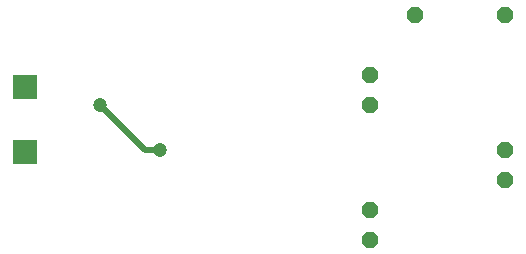
<source format=gbl>
G75*
%MOIN*%
%OFA0B0*%
%FSLAX25Y25*%
%IPPOS*%
%LPD*%
%AMOC8*
5,1,8,0,0,1.08239X$1,22.5*
%
%ADD10OC8,0.05200*%
%ADD11R,0.08268X0.08268*%
%ADD12C,0.04724*%
%ADD13C,0.02000*%
D10*
X0157000Y0042000D03*
X0157000Y0052000D03*
X0202000Y0062000D03*
X0202000Y0072000D03*
X0157000Y0087000D03*
X0157000Y0097000D03*
X0172000Y0117000D03*
X0202000Y0117000D03*
D11*
X0042000Y0071173D03*
X0042000Y0092827D03*
D12*
X0067000Y0087000D03*
X0087000Y0072000D03*
D13*
X0082000Y0072000D01*
X0067000Y0087000D01*
M02*

</source>
